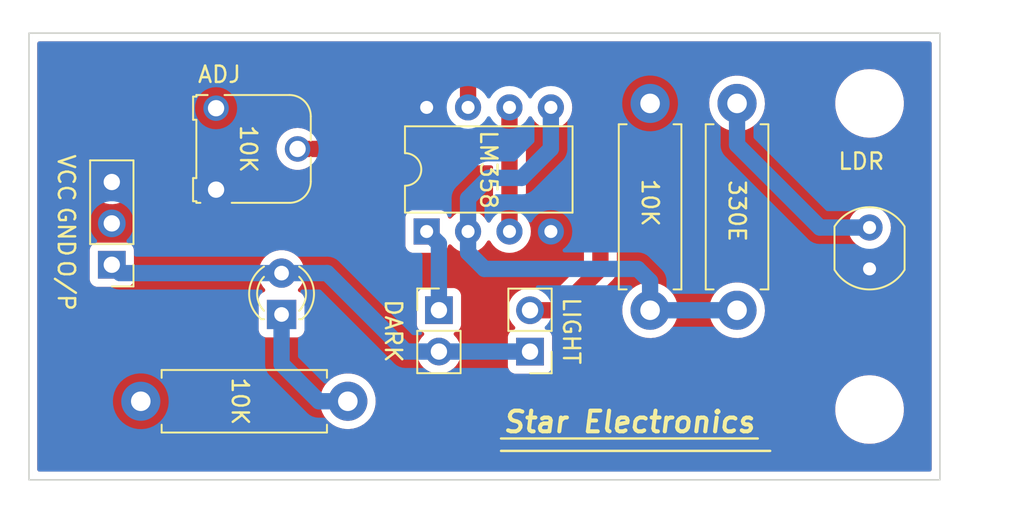
<source format=kicad_pcb>
(kicad_pcb (version 20211014) (generator pcbnew)
  (layers (0 "F.Cu" signal) (31 "B.Cu" signal) (34 "B.Paste" user) (35 "F.Paste" user) (36 "B.SilkS" user "B.Silkscreen") (37 "F.SilkS" user "F.Silkscreen") (38 "B.Mask" user) (39 "F.Mask" user) (44 "Edge.Cuts" user))
  (net 0 "")
  (net 1 "GND")
  (net 2 "Net-(J1-Pad1)")
  (net 3 "Net-(J2-Pad2)")
  (net 4 "VCC")
  (net 5 "Net-(R1-Pad2)")
  (net 6 "Net-(R2-Pad2)")
  (net 7 "Net-(RV1-Pad2)")
  (net 8 "Net-(D1-Pad1)")
  (net 9 "/OUTPUT")
  (footprint "OptoDevice:R_LDR_4.9x4.2mm_P2.54mm_Vertical" (layer "F.Cu") (at 76.708 41.656 90)
    (fp_text reference "R1" hide)
    (fp_text value "R_Photo")
    (fp_line (start -0.05 2.15) (end 2.6 2.15) (layer "F.SilkS") (width 0.12))
    (fp_line (start -0.05 -2.15) (end 2.6 -2.15) (layer "F.SilkS") (width 0.12))
    (fp_arc (start 2.6 -2.15) (mid 3.788646 -0.016616) (end 2.628027 2.132145) (layer "F.SilkS") (width 0.12))
    (fp_arc (start -0.05 2.15) (mid -1.262424 0.01494) (end -0.075476 -2.134388) (layer "F.SilkS") (width 0.12))
    (pad "1" thru_hole circle (at 0 0 90) (size 1.6 1.6) (drill 0.8) (layers *.Cu *.Mask) (net 4 "VCC"))
    (pad "2" thru_hole circle (at 2.54 0 90) (size 1.6 1.6) (drill 0.8) (layers *.Cu *.Mask) (net 5 "Net-(R1-Pad2)"))
  )
  (footprint "MountingHole:MountingHole_3.2mm_M3" (layer "F.Cu") (at 76.708 50.292)
    (fp_text reference "REF**" hide)
    (fp_text value "MountingHole_3.2mm_M3")
    (pad "" np_thru_hole circle (at 0 0) (size 3.2 3.2) (drill 3.2) (layers F&B.Cu *.Mask))
  )
  (footprint "LED_THT:LED_D3.0mm_Clear" (layer "F.Cu") (at 40.64 44.455 90)
    (fp_text reference "D1" hide)
    (fp_text value "LED")
    (fp_line (start -0.29 -1.236) (end -0.29 -1.08) (layer "F.SilkS") (width 0.12))
    (fp_line (start -0.29 1.08) (end -0.29 1.236) (layer "F.SilkS") (width 0.12))
    (fp_arc (start 0.229039 -1.08) (mid 1.270117 -1.5) (end 2.31113 -1.079837) (layer "F.SilkS") (width 0.12))
    (fp_arc (start 2.942335 1.078608) (mid 1.366487 1.987659) (end -0.29 1.235516) (layer "F.SilkS") (width 0.12))
    (fp_arc (start -0.29 -1.235516) (mid 1.366487 -1.987659) (end 2.942335 -1.078608) (layer "F.SilkS") (width 0.12))
    (fp_arc (start 2.31113 1.079837) (mid 1.270117 1.5) (end 0.229039 1.08) (layer "F.SilkS") (width 0.12))
    (pad "1" thru_hole rect (at 0 0 90) (size 1.8 1.8) (drill 0.9) (layers *.Cu *.Mask) (net 8 "Net-(D1-Pad1)"))
    (pad "2" thru_hole circle (at 2.54 0 90) (size 1.8 1.8) (drill 0.9) (layers *.Cu *.Mask) (net 9 "/OUTPUT"))
  )
  (footprint "Resistor_THT:R_Axial_DIN0411_L9.9mm_D3.6mm_P12.70mm_Horizontal" (layer "F.Cu") (at 63.246 44.196 90)
    (fp_text reference "R3" hide)
    (fp_text value "10K")
    (fp_line (start 1.28 1.92) (end 11.42 1.92) (layer "F.SilkS") (width 0.12))
    (fp_line (start 11.42 1.92) (end 11.42 1.44) (layer "F.SilkS") (width 0.12))
    (fp_line (start 1.28 1.44) (end 1.28 1.92) (layer "F.SilkS") (width 0.12))
    (fp_line (start 1.28 -1.44) (end 1.28 -1.92) (layer "F.SilkS") (width 0.12))
    (fp_line (start 11.42 -1.92) (end 11.42 -1.44) (layer "F.SilkS") (width 0.12))
    (fp_line (start 1.28 -1.92) (end 11.42 -1.92) (layer "F.SilkS") (width 0.12))
    (pad "1" thru_hole circle (at 0 0 90) (size 2.4 2.4) (drill 1.2) (layers *.Cu *.Mask) (net 6 "Net-(R2-Pad2)"))
    (pad "2" thru_hole oval (at 12.7 0 90) (size 2.4 2.4) (drill 1.2) (layers *.Cu *.Mask) (net 1 "GND"))
  )
  (footprint "Resistor_THT:R_Axial_DIN0411_L9.9mm_D3.6mm_P12.70mm_Horizontal" (layer "F.Cu") (at 68.58 31.496 -90)
    (fp_text reference "R2" hide)
    (fp_text value "330E")
    (fp_line (start 1.28 1.44) (end 1.28 1.92) (layer "F.SilkS") (width 0.12))
    (fp_line (start 1.28 -1.44) (end 1.28 -1.92) (layer "F.SilkS") (width 0.12))
    (fp_line (start 1.28 1.92) (end 11.42 1.92) (layer "F.SilkS") (width 0.12))
    (fp_line (start 11.42 1.92) (end 11.42 1.44) (layer "F.SilkS") (width 0.12))
    (fp_line (start 1.28 -1.92) (end 11.42 -1.92) (layer "F.SilkS") (width 0.12))
    (fp_line (start 11.42 -1.92) (end 11.42 -1.44) (layer "F.SilkS") (width 0.12))
    (pad "1" thru_hole circle (at 0 0 270) (size 2.4 2.4) (drill 1.2) (layers *.Cu *.Mask) (net 5 "Net-(R1-Pad2)"))
    (pad "2" thru_hole oval (at 12.7 0 270) (size 2.4 2.4) (drill 1.2) (layers *.Cu *.Mask) (net 6 "Net-(R2-Pad2)"))
  )
  (footprint "Resistor_THT:R_Axial_DIN0411_L9.9mm_D3.6mm_P12.70mm_Horizontal" (layer "F.Cu") (at 32.004 49.784)
    (fp_text reference "R4" hide)
    (fp_text value "1K")
    (fp_line (start 1.28 -1.92) (end 11.42 -1.92) (layer "F.SilkS") (width 0.12))
    (fp_line (start 1.28 1.44) (end 1.28 1.92) (layer "F.SilkS") (width 0.12))
    (fp_line (start 11.42 1.92) (end 11.42 1.44) (layer "F.SilkS") (width 0.12))
    (fp_line (start 11.42 -1.92) (end 11.42 -1.44) (layer "F.SilkS") (width 0.12))
    (fp_line (start 1.28 1.92) (end 11.42 1.92) (layer "F.SilkS") (width 0.12))
    (fp_line (start 1.28 -1.44) (end 1.28 -1.92) (layer "F.SilkS") (width 0.12))
    (pad "1" thru_hole circle (at 0 0) (size 2.4 2.4) (drill 1.2) (layers *.Cu *.Mask) (net 1 "GND"))
    (pad "2" thru_hole oval (at 12.7 0) (size 2.4 2.4) (drill 1.2) (layers *.Cu *.Mask) (net 8 "Net-(D1-Pad1)"))
  )
  (footprint "Connector_PinHeader_2.54mm:PinHeader_1x02_P2.54mm_Vertical" (layer "F.Cu") (at 55.88 46.736 180)
    (fp_text reference "J2" hide)
    (fp_text value "Conn_01x02_Male")
    (fp_line (start -1.33 0) (end -1.33 -1.33) (layer "F.SilkS") (width 0.12))
    (fp_line (start -1.33 1.27) (end 1.33 1.27) (layer "F.SilkS") (width 0.12))
    (fp_line (start -1.33 -1.33) (end 0 -1.33) (layer "F.SilkS") (width 0.12))
    (fp_line (start -1.33 3.87) (end 1.33 3.87) (layer "F.SilkS") (width 0.12))
    (fp_line (start 1.33 1.27) (end 1.33 3.87) (layer "F.SilkS") (width 0.12))
    (fp_line (start -1.33 1.27) (end -1.33 3.87) (layer "F.SilkS") (width 0.12))
    (pad "1" thru_hole rect (at 0 0 180) (size 1.7 1.7) (drill 1) (layers *.Cu *.Mask) (net 9 "/OUTPUT"))
    (pad "2" thru_hole oval (at 0 2.54 180) (size 1.7 1.7) (drill 1) (layers *.Cu *.Mask) (net 3 "Net-(J2-Pad2)"))
  )
  (footprint "Connector_PinHeader_2.54mm:PinHeader_1x03_P2.54mm_Vertical" (layer "F.Cu") (at 30.226 41.402 180)
    (fp_text reference "J3" hide)
    (fp_text value "Conn_01x03_Male")
    (fp_line (start -1.33 6.41) (end 1.33 6.41) (layer "F.SilkS") (width 0.12))
    (fp_line (start 1.33 1.27) (end 1.33 6.41) (layer "F.SilkS") (width 0.12))
    (fp_line (start -1.33 -1.33) (end 0 -1.33) (layer "F.SilkS") (width 0.12))
    (fp_line (start -1.33 1.27) (end 1.33 1.27) (layer "F.SilkS") (width 0.12))
    (fp_line (start -1.33 0) (end -1.33 -1.33) (layer "F.SilkS") (width 0.12))
    (fp_line (start -1.33 1.27) (end -1.33 6.41) (layer "F.SilkS") (width 0.12))
    (pad "1" thru_hole rect (at 0 0 180) (size 1.7 1.7) (drill 1) (layers *.Cu *.Mask) (net 9 "/OUTPUT"))
    (pad "2" thru_hole oval (at 0 2.54 180) (size 1.7 1.7) (drill 1) (layers *.Cu *.Mask) (net 1 "GND"))
    (pad "3" thru_hole oval (at 0 5.08 180) (size 1.7 1.7) (drill 1) (layers *.Cu *.Mask) (net 4 "VCC"))
  )
  (footprint "Package_DIP:DIP-8_W7.62mm" (layer "F.Cu") (at 49.54 39.36 90)
    (fp_text reference "U1" hide)
    (fp_text value "LM358")
    (fp_line (start 6.46 8.95) (end 6.46 -1.33) (layer "F.SilkS") (width 0.12))
    (fp_line (start 1.16 8.95) (end 6.46 8.95) (layer "F.SilkS") (width 0.12))
    (fp_line (start 6.46 -1.33) (end 4.81 -1.33) (layer "F.SilkS") (width 0.12))
    (fp_line (start 1.16 -1.33) (end 1.16 8.95) (layer "F.SilkS") (width 0.12))
    (fp_line (start 2.81 -1.33) (end 1.16 -1.33) (layer "F.SilkS") (width 0.12))
    (fp_arc (start 4.81 -1.33) (mid 3.81 -0.33) (end 2.81 -1.33) (layer "F.SilkS") (width 0.12))
    (pad "1" thru_hole rect (at 0 0 90) (size 1.6 1.6) (drill 0.8) (layers *.Cu *.Mask) (net 2 "Net-(J1-Pad1)"))
    (pad "2" thru_hole oval (at 0 2.54 90) (size 1.6 1.6) (drill 0.8) (layers *.Cu *.Mask) (net 6 "Net-(R2-Pad2)"))
    (pad "3" thru_hole oval (at 0 5.08 90) (size 1.6 1.6) (drill 0.8) (layers *.Cu *.Mask) (net 7 "Net-(RV1-Pad2)"))
    (pad "4" thru_hole oval (at 0 7.62 90) (size 1.6 1.6) (drill 0.8) (layers *.Cu *.Mask) (net 1 "GND"))
    (pad "5" thru_hole oval (at 7.62 7.62 90) (size 1.6 1.6) (drill 0.8) (layers *.Cu *.Mask) (net 6 "Net-(R2-Pad2)"))
    (pad "6" thru_hole oval (at 7.62 5.08 90) (size 1.6 1.6) (drill 0.8) (layers *.Cu *.Mask) (net 7 "Net-(RV1-Pad2)"))
    (pad "7" thru_hole oval (at 7.62 2.54 90) (size 1.6 1.6) (drill 0.8) (layers *.Cu *.Mask) (net 3 "Net-(J2-Pad2)"))
    (pad "8" thru_hole oval (at 7.62 0 90) (size 1.6 1.6) (drill 0.8) (layers *.Cu *.Mask) (net 4 "VCC"))
  )
  (footprint "Connector_PinHeader_2.54mm:PinHeader_1x02_P2.54mm_Vertical" (layer "F.Cu") (at 50.292 44.191)
    (fp_text reference "J1" hide)
    (fp_text value "Conn_01x02_Male")
    (fp_line (start 1.33 1.27) (end 1.33 3.87) (layer "F.SilkS") (width 0.12))
    (fp_line (start -1.33 3.87) (end 1.33 3.87) (layer "F.SilkS") (width 0.12))
    (fp_line (start -1.33 1.27) (end 1.33 1.27) (layer "F.SilkS") (width 0.12))
    (fp_line (start -1.33 1.27) (end -1.33 3.87) (layer "F.SilkS") (width 0.12))
    (fp_line (start -1.33 0) (end -1.33 -1.33) (layer "F.SilkS") (width 0.12))
    (fp_line (start -1.33 -1.33) (end 0 -1.33) (layer "F.SilkS") (width 0.12))
    (pad "1" thru_hole rect (at 0 0) (size 1.7 1.7) (drill 1) (layers *.Cu *.Mask) (net 2 "Net-(J1-Pad1)"))
    (pad "2" thru_hole oval (at 0 2.54) (size 1.7 1.7) (drill 1) (layers *.Cu *.Mask) (net 9 "/OUTPUT"))
  )
  (footprint "Potentiometer_THT:Potentiometer_Runtron_RM-065_Vertical" (layer "F.Cu") (at 36.622 36.79 90)
    (fp_text reference "RV1" hide)
    (fp_text value "10K")
    (fp_line (start 4.29 -1.41) (end 5.71 -1.41) (layer "F.SilkS") (width 0.12))
    (fp_line (start 1.99 5.81) (end 0.5 5.81) (layer "F.SilkS") (width 0.12))
    (fp_line (start 0.71 -1.21) (end 0.71 -1.41) (layer "F.SilkS") (width 0.12))
    (fp_line (start 5.71 -1.21) (end 5.81 -1.21) (layer "F.SilkS") (width 0.12))
    (fp_line (start -0.71 -1.41) (end 0.71 -1.41) (layer "F.SilkS") (width 0.12))
    (fp_line (start 5.81 0.52) (end 5.81 4.5) (layer "F.SilkS") (width 0.12))
    (fp_line (start 0.71 -1.21) (end 4.29 -1.21) (layer "F.SilkS") (width 0.12))
    (fp_line (start -0.81 -1.21) (end -0.81 -0.96) (layer "F.SilkS") (width 0.12))
    (fp_line (start 4.5 5.81) (end 3.01 5.81) (layer "F.SilkS") (width 0.12))
    (fp_line (start -0.71 -1.41) (end -0.71 -1.21) (layer "F.SilkS") (width 0.12))
    (fp_line (start 5.81 -1.21) (end 5.81 -0.52) (layer "F.SilkS") (width 0.12))
    (fp_line (start 5.71 -1.41) (end 5.71 -1.21) (layer "F.SilkS") (width 0.12))
    (fp_line (start -0.71 -1.21) (end -0.81 -1.21) (layer "F.SilkS") (width 0.12))
    (fp_line (start -0.81 4.5) (end -0.81 0.96) (layer "F.SilkS") (width 0.12))
    (fp_line (start 4.29 -1.21) (end 4.29 -1.41) (layer "F.SilkS") (width 0.12))
    (fp_arc (start 0.5 5.81) (mid -0.42631 5.42631) (end -0.81 4.5) (layer "F.SilkS") (width 0.12))
    (fp_arc (start 5.81 4.5) (mid 5.42631 5.42631) (end 4.5 5.81) (layer "F.SilkS") (width 0.12))
    (pad "1" thru_hole rect (at 0 0 90) (size 1.56 1.56) (drill 1) (layers *.Cu *.Mask) (net 4 "VCC"))
    (pad "2" thru_hole circle (at 2.5 5 90) (size 1.56 1.56) (drill 1) (layers *.Cu *.Mask) (net 7 "Net-(RV1-Pad2)"))
    (pad "3" thru_hole circle (at 5 0 90) (size 1.56 1.56) (drill 1) (layers *.Cu *.Mask) (net 1 "GND"))
  )
  (footprint "MountingHole:MountingHole_3.2mm_M3" (layer "F.Cu") (at 76.708 31.496)
    (fp_text reference "REF**" hide)
    (fp_text value "MountingHole_3.2mm_M3")
    (pad "" np_thru_hole circle (at 0 0) (size 3.2 3.2) (drill 3.2) (layers F&B.Cu *.Mask))
  )
  (gr_line (start 54.102 52.07) (end 69.85 52.07) (layer "F.SilkS") (width 0.15))
  (gr_line (start 54.102 52.832) (end 70.612 52.832) (layer "F.SilkS") (width 0.15))
  (gr_rect (start 25.146 27.178) (end 81.026 54.61) (layer "Edge.Cuts") (width 0.1) (fill none))
  (gr_text "Star Electronics" (at 61.976 51.054) (layer "F.SilkS") (effects (font (size 1.27 1.27) (thickness 0.25) italic)))
  (gr_text "10K" (at 63.246 37.592 270) (layer "F.SilkS") (effects (font (size 1 1))))
  (gr_text "10K" (at 38.608 34.29 270) (layer "F.SilkS") (effects (font (size 1 1))))
  (gr_text "VCC" (at 27.432 36.068 270) (layer "F.SilkS") (effects (font (size 1 1))))
  (gr_text "LIGHT" (at 58.42 45.466 270) (layer "F.SilkS") (effects (font (size 1 1))))
  (gr_text "GND" (at 27.432 39.37 270) (layer "F.SilkS") (effects (font (size 1 1))))
  (gr_text "DARK" (at 47.498 45.466 270) (layer "F.SilkS") (effects (font (size 1 1))))
  (gr_text "LDR" (at 76.2 35.052) (layer "F.SilkS") (effects (font (size 1 1))))
  (gr_text "ADJ" (at 36.83 29.718) (layer "F.SilkS") (effects (font (size 1 1))))
  (gr_text "330E" (at 68.58 38.1 270) (layer "F.SilkS") (effects (font (size 1 1))))
  (gr_text "10K" (at 38.1 49.784 270) (layer "F.SilkS") (effects (font (size 1 1))))
  (gr_text "O/P" (at 27.432 42.672 270) (layer "F.SilkS") (effects (font (size 1 1))))
  (gr_text "LM358" (at 53.34 35.56 270) (layer "F.SilkS") (effects (font (size 1 1))))
  (segment (start 50.292 40.112) (end 50.292 44.191) (width 1) (layer "B.Cu") (net 2))
  (segment (start 49.54 39.36) (end 50.292 40.112) (width 1) (layer "B.Cu") (net 2))
  (segment (start 52.08 31.74) (end 52.08 30.216) (width 1) (layer "F.Cu") (net 3))
  (segment (start 59.182 29.464) (end 60.198 30.48) (width 1) (layer "F.Cu") (net 3))
  (segment (start 60.198 30.48) (end 60.198 41.656) (width 1) (layer "F.Cu") (net 3))
  (segment (start 52.08 30.216) (end 52.832 29.464) (width 1) (layer "F.Cu") (net 3))
  (segment (start 60.198 41.656) (end 57.658 44.196) (width 1) (layer "F.Cu") (net 3))
  (segment (start 52.832 29.464) (end 59.182 29.464) (width 1) (layer "F.Cu") (net 3))
  (segment (start 57.658 44.196) (end 55.88 44.196) (width 1) (layer "F.Cu") (net 3))
  (segment (start 68.58 34.036) (end 73.66 39.116) (width 1) (layer "B.Cu") (net 5))
  (segment (start 73.66 39.116) (end 76.708 39.116) (width 1) (layer "B.Cu") (net 5))
  (segment (start 68.58 31.496) (end 68.58 34.036) (width 1) (layer "B.Cu") (net 5))
  (segment (start 62.484 41.656) (end 63.246 42.418) (width 1) (layer "B.Cu") (net 6))
  (segment (start 52.08 39.36) (end 52.08 40.65) (width 1) (layer "B.Cu") (net 6))
  (segment (start 63.246 42.418) (end 63.246 44.196) (width 1) (layer "B.Cu") (net 6))
  (segment (start 53.086 41.656) (end 62.484 41.656) (width 1) (layer "B.Cu") (net 6))
  (segment (start 57.16 34.28) (end 57.16 31.74) (width 1) (layer "B.Cu") (net 6))
  (segment (start 63.246 44.196) (end 68.58 44.196) (width 1) (layer "B.Cu") (net 6))
  (segment (start 52.08 37.328) (end 53.34 36.068) (width 1) (layer "B.Cu") (net 6))
  (segment (start 52.08 37.328) (end 52.08 39.36) (width 1) (layer "B.Cu") (net 6))
  (segment (start 55.372 36.068) (end 57.16 34.28) (width 1) (layer "B.Cu") (net 6))
  (segment (start 53.34 36.068) (end 55.372 36.068) (width 1) (layer "B.Cu") (net 6))
  (segment (start 52.08 40.65) (end 53.086 41.656) (width 1) (layer "B.Cu") (net 6))
  (segment (start 54.62 34.026) (end 54.62 31.74) (width 1) (layer "F.Cu") (net 7))
  (segment (start 54.62 39.36) (end 54.62 34.026) (width 1) (layer "F.Cu") (net 7))
  (segment (start 41.622 34.29) (end 54.356 34.29) (width 1) (layer "F.Cu") (net 7))
  (segment (start 54.356 34.29) (end 54.62 34.026) (width 1) (layer "F.Cu") (net 7))
  (segment (start 42.926 49.784) (end 44.704 49.784) (width 1) (layer "B.Cu") (net 8))
  (segment (start 40.64 44.455) (end 40.64 47.498) (width 1) (layer "B.Cu") (net 8))
  (segment (start 40.64 47.498) (end 42.926 49.784) (width 1) (layer "B.Cu") (net 8))
  (segment (start 55.875 46.731) (end 55.88 46.736) (width 1) (layer "B.Cu") (net 9))
  (segment (start 48.255 46.731) (end 43.439 41.915) (width 1) (layer "B.Cu") (net 9))
  (segment (start 30.226 41.402) (end 30.739 41.915) (width 1) (layer "B.Cu") (net 9))
  (segment (start 43.439 41.915) (end 40.64 41.915) (width 1) (layer "B.Cu") (net 9))
  (segment (start 50.292 46.731) (end 55.875 46.731) (width 1) (layer "B.Cu") (net 9))
  (segment (start 30.739 41.915) (end 40.64 41.915) (width 1) (layer "B.Cu") (net 9))
  (segment (start 50.292 46.731) (end 48.255 46.731) (width 1) (layer "B.Cu") (net 9))
  (zone (net 1) (net_name "GND") (layer "F.Cu") (connect_pads yes (clearance 0.508)) (min_thickness 0.254) (fill yes (thermal_gap 0.508) (thermal_bridge_width 0.508))
    (polygon (pts (xy 83.566 56.896) (xy 23.622 56.134) (xy 23.368 25.146) (xy 84.582 25.146)))
  )
  (zone (net 4) (net_name "VCC") (layer "B.Cu") (connect_pads yes (clearance 0.508)) (min_thickness 0.254) (fill yes (thermal_gap 0.508) (thermal_bridge_width 0.508))
    (polygon (pts (xy 84.667139 56.896) (xy 24.723139 56.134) (xy 24.469139 25.146) (xy 85.683139 25.146)))
  )
)
</source>
